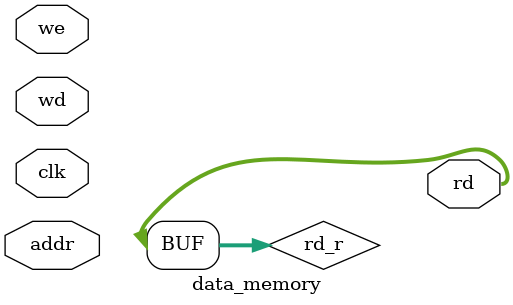
<source format=v>
module data_memory (input clk,
                    input[31:0] addr,
                    input[31:0] wd,
                    input we,
                    output[31:0] rd);

    reg[31:0] data_mem[127:0], rd_r;
    always@(posedge clk) data_mem[addr] <= we ? wd : data_mem[addr];
    assign rd = rd_r;

endmodule
</source>
